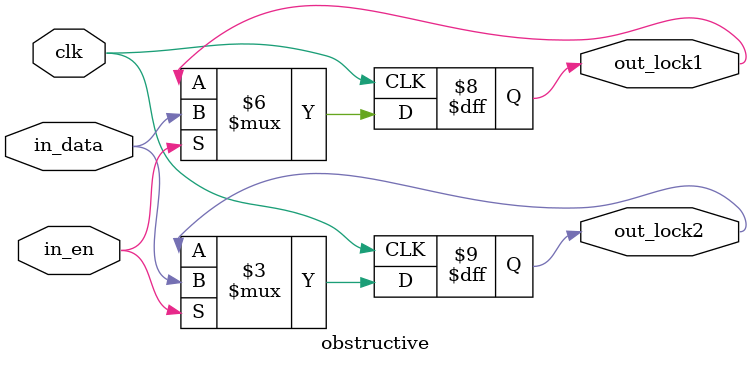
<source format=v>
module obstructive(clk,in_en,out_lock1,in_data,out_lock2);
input clk;
input in_en;
input in_data;
output reg out_lock1,out_lock2;
always@(posedge clk)
	if(in_en)
		begin
			out_lock1=in_data;
			out_lock2=out_lock1;
		end
	else
		begin
			out_lock1=out_lock1;
			out_lock2=out_lock2;
		end
endmodule

</source>
